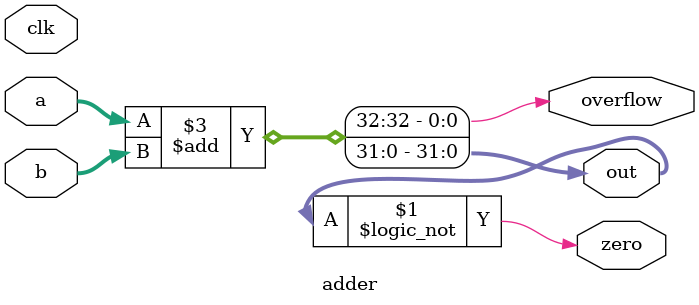
<source format=v>

module adder(clk, a, b, out, zero, overflow);
	parameter width = 32;
	
	input clk;
	input [width - 1: 0] a, b;
	
	output reg [width - 1:0] out;
	output zero;
	output reg overflow;
	
	assign zero = (out == 0);
	always @ (a, b)
	begin
		{overflow, out} = a + b;
	end
	
endmodule
</source>
